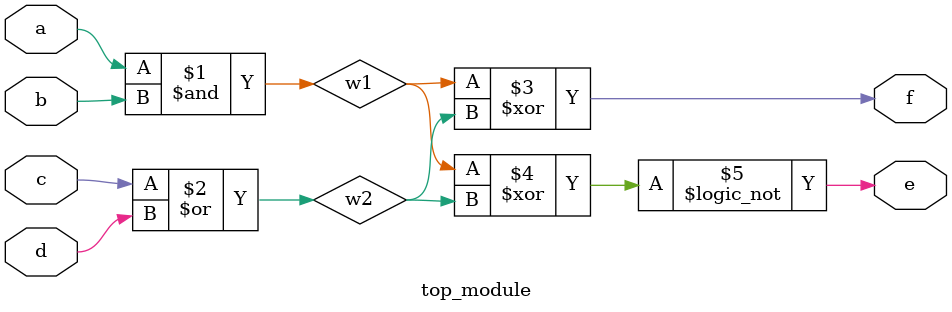
<source format=v>
`timescale 1ns/1ns

module top_module (
	input a,
	input b,
	input c,
	input d,
	output e,
	output f );
wire w1,w2;
assign w1=a&b;
assign w2=c|d;
assign f=w1^w2;
assign e=!(w1^w2);
endmodule

</source>
